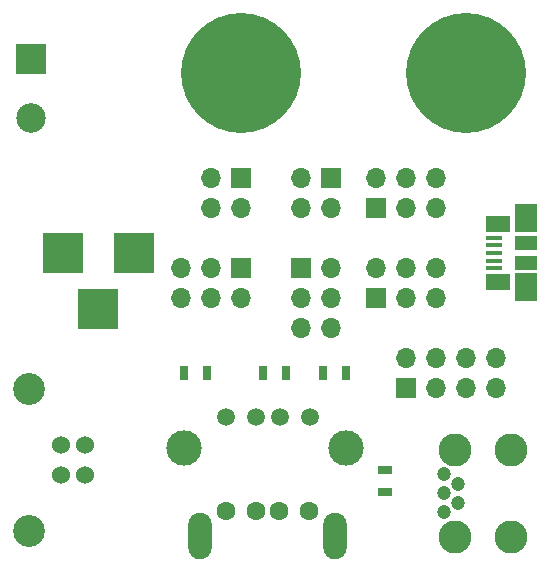
<source format=gts>
G04 #@! TF.GenerationSoftware,KiCad,Pcbnew,(2017-04-12 revision 02abf1804)-makepkg*
G04 #@! TF.CreationDate,2017-04-26T22:03:17+03:00*
G04 #@! TF.ProjectId,vbb,7662622E6B696361645F706362000000,rev?*
G04 #@! TF.FileFunction,Soldermask,Top*
G04 #@! TF.FilePolarity,Negative*
%FSLAX46Y46*%
G04 Gerber Fmt 4.6, Leading zero omitted, Abs format (unit mm)*
G04 Created by KiCad (PCBNEW (2017-04-12 revision 02abf1804)-makepkg) date 04/26/17 22:03:17*
%MOMM*%
%LPD*%
G01*
G04 APERTURE LIST*
%ADD10C,0.100000*%
%ADD11C,1.600000*%
%ADD12O,2.000000X3.950000*%
%ADD13C,10.160000*%
%ADD14C,2.700020*%
%ADD15C,1.524000*%
%ADD16R,1.700000X1.700000*%
%ADD17O,1.700000X1.700000*%
%ADD18R,3.500120X3.500120*%
%ADD19R,0.700000X1.300000*%
%ADD20R,1.300000X0.700000*%
%ADD21C,1.195000*%
%ADD22C,2.800000*%
%ADD23C,2.999740*%
%ADD24C,1.501140*%
%ADD25C,2.500000*%
%ADD26R,2.500000X2.500000*%
%ADD27R,1.379220X0.449580*%
%ADD28R,2.100580X1.473200*%
%ADD29R,1.897380X2.374900*%
%ADD30R,1.897380X1.173480*%
G04 APERTURE END LIST*
D10*
D11*
X21650000Y4830000D03*
X24150000Y4830000D03*
X26150000Y4830000D03*
D12*
X19450000Y2730000D03*
D11*
X28650000Y4830000D03*
D12*
X30850000Y2730000D03*
D13*
X41910000Y41910000D03*
X22860000Y41910000D03*
D14*
X4953000Y3144520D03*
X4953000Y15143480D03*
D15*
X7653020Y10414000D03*
X7653020Y7874000D03*
X9652000Y7874000D03*
X9652000Y10414000D03*
D16*
X22860000Y33020000D03*
D17*
X22860000Y30480000D03*
X20320000Y33020000D03*
X20320000Y30480000D03*
X27940000Y30480000D03*
X27940000Y33020000D03*
X30480000Y30480000D03*
D16*
X30480000Y33020000D03*
X34290000Y30480000D03*
D17*
X34290000Y33020000D03*
X36830000Y30480000D03*
X36830000Y33020000D03*
X39370000Y30480000D03*
X39370000Y33020000D03*
X30480000Y20320000D03*
X27940000Y20320000D03*
X30480000Y22860000D03*
X27940000Y22860000D03*
X30480000Y25400000D03*
D16*
X27940000Y25400000D03*
X22860000Y25400000D03*
D17*
X22860000Y22860000D03*
X20320000Y25400000D03*
X20320000Y22860000D03*
X17780000Y25400000D03*
X17780000Y22860000D03*
X39370000Y25400000D03*
X39370000Y22860000D03*
X36830000Y25400000D03*
X36830000Y22860000D03*
X34290000Y25400000D03*
D16*
X34290000Y22860000D03*
D17*
X44450000Y17780000D03*
X44450000Y15240000D03*
X41910000Y17780000D03*
X41910000Y15240000D03*
X39370000Y17780000D03*
X39370000Y15240000D03*
X36830000Y17780000D03*
D16*
X36830000Y15240000D03*
D18*
X10820400Y21971000D03*
X7820660Y26670000D03*
X13820140Y26670000D03*
D19*
X26670000Y16510000D03*
X24770000Y16510000D03*
D20*
X35052000Y6416000D03*
X35052000Y8316000D03*
D21*
X40093000Y4750000D03*
X41293000Y5550000D03*
X40093000Y6350000D03*
X41293000Y7150000D03*
X40093000Y7950000D03*
D22*
X40993000Y2650000D03*
X40993000Y10050000D03*
X45743000Y2650000D03*
X45743000Y10050000D03*
D19*
X20000000Y16510000D03*
X18100000Y16510000D03*
D23*
X18033960Y10160120D03*
X31749960Y10160120D03*
D24*
X21589960Y12827120D03*
X24129960Y12827120D03*
X26161960Y12827120D03*
X28701960Y12827120D03*
D25*
X5080000Y38100000D03*
D26*
X5080000Y43100000D03*
D27*
X44330620Y28000980D03*
X44330620Y27350740D03*
X44330620Y26700500D03*
X44330620Y26050260D03*
X44330620Y25400020D03*
D28*
X44691300Y24239240D03*
X44691300Y29161760D03*
D29*
X46990000Y23787120D03*
X46990000Y29613880D03*
D30*
X46990000Y27538700D03*
X46990000Y25862300D03*
D19*
X31750000Y16510000D03*
X29850000Y16510000D03*
M02*

</source>
